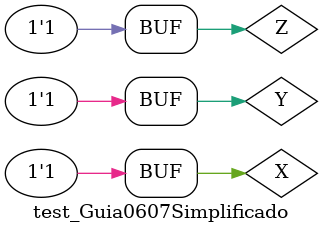
<source format=v>

module Guia0607 (output s, 
                 input  X, 
                 input  Y,
                 input  Z);
    assign s = ( X | ~Y |  Z ) & (~X | Y |  Z) & ( X | ~Y | Z );
endmodule 

module Guia0607Simplificado (output s, 
                             input  X, 
                             input  Y,
                             input  Z);
    assign s = (X | ~Y | Z) & (~X | Y | Z);
endmodule 

module test_Guia0607; 
// ------------------------- definir dados 
    reg  X; 
    reg  Y; 
    reg  Z;
    wire s;   

    Guia0607 modulo07 (s, X, Y, Z); 

// ------------------------- parte principal 
    initial 
    begin : main 
        $display("Guia_0607 - Cauã Costa Alves - 855926"); 
        $display("Modulo da questão 7"); 
        $display("   X    Y    Z    s");
        
        $monitor("%4b %4b %4b %4b", X, Y, Z, s); 

        // Gerar a tabela verdade para Guia0607
        X = 1'b0;  Y = 1'b0;  Z = 1'b0;
        #1      X = 1'b0;  Y = 1'b1;  Z = 1'b0;
        #1      X = 1'b1;  Y = 1'b0;  Z = 1'b0;
        #1      X = 1'b1;  Y = 1'b1;  Z = 1'b0;
        #1      X = 1'b0;  Y = 1'b0;  Z = 1'b1;
        #1      X = 1'b0;  Y = 1'b1;  Z = 1'b1;
        #1      X = 1'b1;  Y = 1'b0;  Z = 1'b1;
        #1      X = 1'b1;  Y = 1'b1;  Z = 1'b1;
    end 

endmodule

module test_Guia0607Simplificado; 
// ------------------------- definir dados 
    reg  X; 
    reg  Y; 
    reg  Z;
    wire s;   
    
    Guia0607Simplificado modulo07S(s, X, Y, Z);  

// ------------------------- parte principal 
    initial 
    begin : main 
        $display("Guia_0607 - Cauã Costa Alves - 855926"); 
        $display("Modulo Simplificado da questão 7"); 
        $display("   X    Y    Z    s");
        
        $monitor("%4b %4b %4b %4b", X, Y, Z, s); 

        // Gerar a tabela verdade para Guia0607Simplificado
        X = 1'b0;  Y = 1'b0;  Z = 1'b0;
        #1      X = 1'b0;  Y = 1'b1;  Z = 1'b0;
        #1      X = 1'b1;  Y = 1'b0;  Z = 1'b0;
        #1      X = 1'b1;  Y = 1'b1;  Z = 1'b0;
        #1      X = 1'b0;  Y = 1'b0;  Z = 1'b1;
        #1      X = 1'b0;  Y = 1'b1;  Z = 1'b1;
        #1      X = 1'b1;  Y = 1'b0;  Z = 1'b1;
        #1      X = 1'b1;  Y = 1'b1;  Z = 1'b1;
    end 

endmodule

</source>
